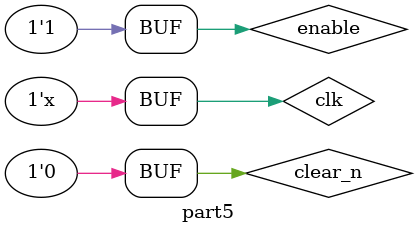
<source format=v>
`timescale 1ns / 1ps


module part5(

    );
    reg clk;
    reg clear_n;
    reg enable;
    wire [2:0]q;
    integer i;
    
    always #5 clk = !clk;
    
    part_5 cust_count(.enable(enable), .clk(clk), .reset(clear_n), .q(q),.prev(q));
    initial
    begin
        clk =0;
        enable = 1;
        clear_n = 1;
        #1;
        clear_n =0;
        #80
        clk =0;
        enable = 0;
        clear_n = 0;
        #20
        clear_n = 0;
        clk = 0; 
        enable = 1;
        #80
        clear_n = 1;
        #1
        clear_n = 0;
        #5;
    end
    
endmodule

</source>
